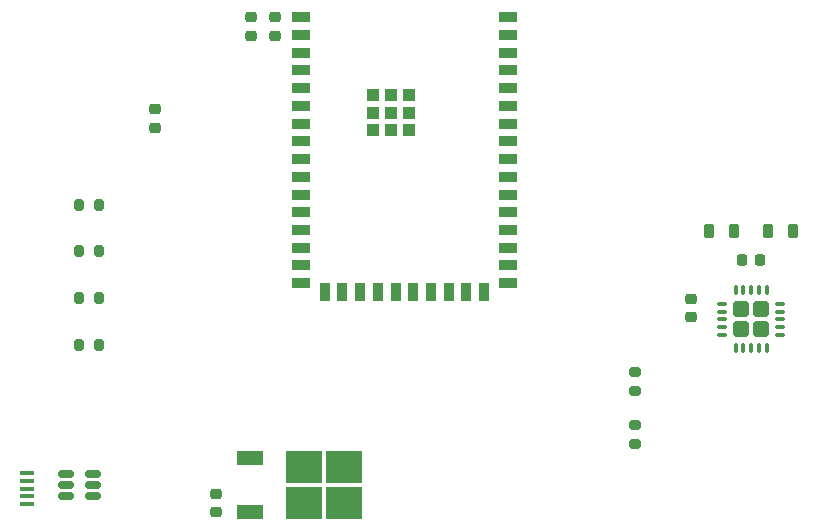
<source format=gbr>
%TF.GenerationSoftware,KiCad,Pcbnew,6.0.10+dfsg-2*%
%TF.CreationDate,2023-02-01T09:38:30-05:00*%
%TF.ProjectId,ParentsStove,50617265-6e74-4735-9374-6f76652e6b69,rev?*%
%TF.SameCoordinates,Original*%
%TF.FileFunction,Paste,Top*%
%TF.FilePolarity,Positive*%
%FSLAX46Y46*%
G04 Gerber Fmt 4.6, Leading zero omitted, Abs format (unit mm)*
G04 Created by KiCad (PCBNEW 6.0.10+dfsg-2) date 2023-02-01 09:38:30*
%MOMM*%
%LPD*%
G01*
G04 APERTURE LIST*
G04 Aperture macros list*
%AMRoundRect*
0 Rectangle with rounded corners*
0 $1 Rounding radius*
0 $2 $3 $4 $5 $6 $7 $8 $9 X,Y pos of 4 corners*
0 Add a 4 corners polygon primitive as box body*
4,1,4,$2,$3,$4,$5,$6,$7,$8,$9,$2,$3,0*
0 Add four circle primitives for the rounded corners*
1,1,$1+$1,$2,$3*
1,1,$1+$1,$4,$5*
1,1,$1+$1,$6,$7*
1,1,$1+$1,$8,$9*
0 Add four rect primitives between the rounded corners*
20,1,$1+$1,$2,$3,$4,$5,0*
20,1,$1+$1,$4,$5,$6,$7,0*
20,1,$1+$1,$6,$7,$8,$9,0*
20,1,$1+$1,$8,$9,$2,$3,0*%
G04 Aperture macros list end*
%ADD10RoundRect,0.071100X-0.678900X-0.378900X0.678900X-0.378900X0.678900X0.378900X-0.678900X0.378900X0*%
%ADD11RoundRect,0.071100X0.378900X-0.678900X0.378900X0.678900X-0.378900X0.678900X-0.378900X-0.678900X0*%
%ADD12RoundRect,0.071100X0.678900X0.378900X-0.678900X0.378900X-0.678900X-0.378900X0.678900X-0.378900X0*%
%ADD13RoundRect,0.086900X0.463100X0.463100X-0.463100X0.463100X-0.463100X-0.463100X0.463100X-0.463100X0*%
%ADD14R,1.300000X0.450000*%
%ADD15RoundRect,0.150000X-0.512500X-0.150000X0.512500X-0.150000X0.512500X0.150000X-0.512500X0.150000X0*%
%ADD16RoundRect,0.225000X0.250000X-0.225000X0.250000X0.225000X-0.250000X0.225000X-0.250000X-0.225000X0*%
%ADD17RoundRect,0.200000X0.275000X-0.200000X0.275000X0.200000X-0.275000X0.200000X-0.275000X-0.200000X0*%
%ADD18RoundRect,0.200000X-0.200000X-0.275000X0.200000X-0.275000X0.200000X0.275000X-0.200000X0.275000X0*%
%ADD19RoundRect,0.250000X-0.425000X0.425000X-0.425000X-0.425000X0.425000X-0.425000X0.425000X0.425000X0*%
%ADD20RoundRect,0.075000X-0.075000X0.325000X-0.075000X-0.325000X0.075000X-0.325000X0.075000X0.325000X0*%
%ADD21RoundRect,0.075000X-0.325000X0.075000X-0.325000X-0.075000X0.325000X-0.075000X0.325000X0.075000X0*%
%ADD22RoundRect,0.218750X0.218750X0.381250X-0.218750X0.381250X-0.218750X-0.381250X0.218750X-0.381250X0*%
%ADD23RoundRect,0.200000X-0.275000X0.200000X-0.275000X-0.200000X0.275000X-0.200000X0.275000X0.200000X0*%
%ADD24RoundRect,0.218750X-0.218750X-0.381250X0.218750X-0.381250X0.218750X0.381250X-0.218750X0.381250X0*%
%ADD25RoundRect,0.225000X0.225000X0.250000X-0.225000X0.250000X-0.225000X-0.250000X0.225000X-0.250000X0*%
%ADD26R,3.050000X2.750000*%
%ADD27R,2.200000X1.200000*%
G04 APERTURE END LIST*
D10*
%TO.C,U5*%
X133890000Y-84425000D03*
X133890000Y-85925000D03*
X133890000Y-87425000D03*
X133890000Y-88925000D03*
X133890000Y-90425000D03*
X133890000Y-91925000D03*
X133890000Y-93425000D03*
X133890000Y-94925000D03*
X133890000Y-96425000D03*
X133890000Y-97925000D03*
X133890000Y-99425000D03*
X133890000Y-100925000D03*
X133890000Y-102425000D03*
X133890000Y-103925000D03*
X133890000Y-105425000D03*
X133890000Y-106925000D03*
D11*
X135890000Y-107675000D03*
X137390000Y-107675000D03*
X138890000Y-107675000D03*
X140390000Y-107675000D03*
X141890000Y-107675000D03*
X143390000Y-107675000D03*
X144890000Y-107675000D03*
X146390000Y-107675000D03*
X147890000Y-107675000D03*
X149390000Y-107675000D03*
D12*
X151390000Y-106925000D03*
X151390000Y-105425000D03*
X151390000Y-103925000D03*
X151390000Y-102425000D03*
X151390000Y-100925000D03*
X151390000Y-99425000D03*
X151390000Y-97925000D03*
X151390000Y-96425000D03*
X151390000Y-94925000D03*
X151390000Y-93425000D03*
X151390000Y-91925000D03*
X151390000Y-90425000D03*
X151390000Y-88925000D03*
X151390000Y-87425000D03*
X151390000Y-85925000D03*
X151390000Y-84425000D03*
D13*
X140000000Y-91000000D03*
X140000000Y-92500000D03*
X141500000Y-94000000D03*
X143000000Y-91000000D03*
X140000000Y-94000000D03*
X141500000Y-91000000D03*
X143000000Y-92500000D03*
X143000000Y-94000000D03*
X141500000Y-92500000D03*
%TD*%
D14*
%TO.C,J1*%
X110700000Y-123025000D03*
X110700000Y-123675000D03*
X110700000Y-124325000D03*
X110700000Y-124975000D03*
X110700000Y-125625000D03*
%TD*%
D15*
%TO.C,U4*%
X113962500Y-123050000D03*
X113962500Y-124000000D03*
X113962500Y-124950000D03*
X116237500Y-124950000D03*
X116237500Y-124000000D03*
X116237500Y-123050000D03*
%TD*%
D16*
%TO.C,C2*%
X166900000Y-109825000D03*
X166900000Y-108275000D03*
%TD*%
D17*
%TO.C,R2*%
X162143000Y-116062500D03*
X162143000Y-114412500D03*
%TD*%
D18*
%TO.C,R4*%
X115115000Y-104236000D03*
X116765000Y-104236000D03*
%TD*%
D16*
%TO.C,C13*%
X131690000Y-85975000D03*
X131690000Y-84425000D03*
%TD*%
D19*
%TO.C,U1*%
X171160000Y-109160000D03*
X171160000Y-110840000D03*
X172840000Y-110840000D03*
X172840000Y-109160000D03*
D20*
X173300000Y-107550000D03*
X172650000Y-107550000D03*
X172000000Y-107550000D03*
X171350000Y-107550000D03*
X170700000Y-107550000D03*
D21*
X169550000Y-108700000D03*
X169550000Y-109350000D03*
X169550000Y-110000000D03*
X169550000Y-110650000D03*
X169550000Y-111300000D03*
D20*
X170700000Y-112450000D03*
X171350000Y-112450000D03*
X172000000Y-112450000D03*
X172650000Y-112450000D03*
X173300000Y-112450000D03*
D21*
X174450000Y-111300000D03*
X174450000Y-110650000D03*
X174450000Y-110000000D03*
X174450000Y-109350000D03*
X174450000Y-108700000D03*
%TD*%
D22*
%TO.C,FB1*%
X175562500Y-102500000D03*
X173437500Y-102500000D03*
%TD*%
D16*
%TO.C,C11*%
X126725000Y-126300000D03*
X126725000Y-124750000D03*
%TD*%
D23*
%TO.C,R1*%
X162143000Y-118937500D03*
X162143000Y-120587500D03*
%TD*%
D18*
%TO.C,R6*%
X115115000Y-112156000D03*
X116765000Y-112156000D03*
%TD*%
%TO.C,R5*%
X115115000Y-108196000D03*
X116765000Y-108196000D03*
%TD*%
D24*
%TO.C,FB2*%
X168437500Y-102500000D03*
X170562500Y-102500000D03*
%TD*%
D18*
%TO.C,R3*%
X115115000Y-100276000D03*
X116765000Y-100276000D03*
%TD*%
D16*
%TO.C,C3*%
X121500000Y-93775000D03*
X121500000Y-92225000D03*
%TD*%
D25*
%TO.C,C1*%
X172775000Y-105000000D03*
X171225000Y-105000000D03*
%TD*%
D16*
%TO.C,C12*%
X129690000Y-85975000D03*
X129690000Y-84425000D03*
%TD*%
D26*
%TO.C,U2*%
X134150000Y-122500000D03*
X137500000Y-125550000D03*
X134150000Y-125550000D03*
X137500000Y-122500000D03*
D27*
X129525000Y-121745000D03*
X129525000Y-126305000D03*
%TD*%
M02*

</source>
